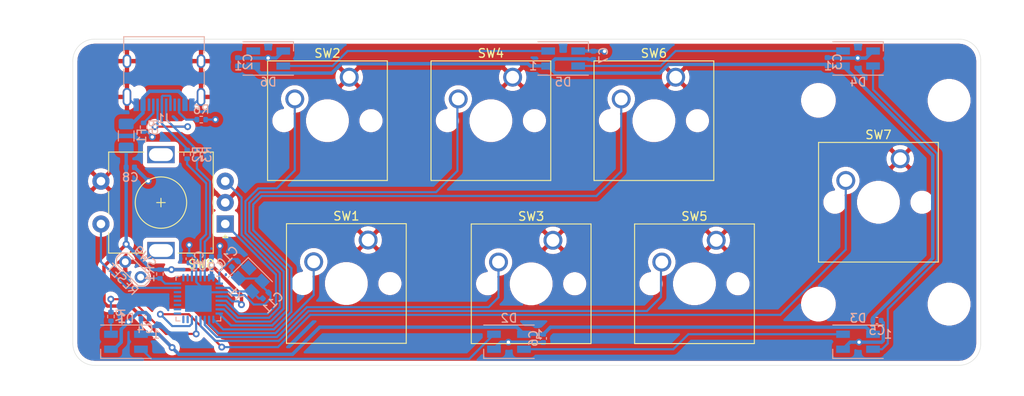
<source format=kicad_pcb>
(kicad_pcb (version 20171130) (host pcbnew "(5.1.6)-1")
  (layers (0 F.Cu signal) (31 B.Cu signal) (34 B.Paste user) (35 F.Paste user) (36 B.SilkS user) (37 F.SilkS user hide) (38 B.Mask user) (39 F.Mask user) (44 Edge.Cuts user))
  (net 0 "")
  (net 1 "Net-(SW1-Pad2)")
  (net 2 "Net-(SW2-Pad2)")
  (net 3 "Net-(SW3-Pad2)")
  (net 4 "Net-(SW4-Pad2)")
  (net 5 "Net-(SW5-Pad2)")
  (net 6 "Net-(SW6-Pad2)")
  (net 7 "Net-(SW7-Pad2)")
  (net 8 GND)
  (net 9 "Net-(C1-Pad1)")
  (net 10 "Net-(J1-PadA5)")
  (net 11 /Data-)
  (net 12 /Data+)
  (net 13 "Net-(J1-PadB5)")
  (net 14 /Reset)
  (net 15 VCC)
  (net 16 "Net-(R2-Pad1)")
  (net 17 "Net-(R3-Pad1)")
  (net 18 "Net-(R4-Pad2)")
  (net 19 /Res1)
  (net 20 /Res2)
  (net 21 "Net-(F1-Pad2)")
  (net 22 /EncB)
  (net 23 /EncA)
  (net 24 "Net-(D1-Pad2)")
  (net 25 /LED)
  (net 26 "Net-(D2-Pad2)")
  (net 27 /encsw)
  (net 28 "Net-(D3-Pad2)")
  (net 29 "Net-(D4-Pad2)")
  (net 30 "Net-(D5-Pad2)")
  (module TestPoint:TestPoint_2Pads_Pitch2.54mm_Drill0.8mm (layer B.Cu) (at 117.1321 86.0933 135)
    (fp_text reference SW9 (at 1.3 2 135) (layer B.SilkS) (effects (justify mirror)))
    (fp_text value SW_SPST)
    (pad 2 thru_hole circle (at 2.54 0 135) (size 1.4 1.4) (drill 0.8) (layers *.Cu *.Mask) (net 8 GND))
    (pad 1 thru_hole circle (at 0 0 135) (size 1.4 1.4) (drill 0.8) (layers *.Cu *.Mask) (net 14 /Reset))
  )
  (module Crystal:Crystal_SMD_3225-4Pin_3.2x2.5mm (layer B.Cu) (at 129.928258 86.384377 315)
    (fp_text reference Y1 (at 0 2.45 135) (layer B.SilkS) (effects (justify mirror)))
    (fp_text value Crystal_GND24)
    (pad 4 smd rect (at -1.1 0.85 315) (size 1.4 1.2) (layers B.Cu B.Paste B.Mask) (net 8 GND))
    (pad 3 smd rect (at 1.1 0.85 315) (size 1.4 1.2) (layers B.Cu B.Paste B.Mask) (net 20 /Res2))
    (pad 2 smd rect (at 1.1 -0.85 315) (size 1.4 1.2) (layers B.Cu B.Paste B.Mask) (net 8 GND))
    (pad 1 smd rect (at -1.1 -0.85 315) (size 1.4 1.2) (layers B.Cu B.Paste B.Mask) (net 19 /Res1))
  )
  (module Capacitor_SMD:C_0402_1005Metric (layer B.Cu) (at 131.711653 88.239647 45)
    (fp_text reference C11 (at 0 1.17 45) (layer B.SilkS) (effects (justify mirror)))
    (fp_text value 22pF)
    (pad 2 smd roundrect (at 0.485 0 45) (size 0.59 0.64) (layers B.Cu B.Paste B.Mask) (net 8 GND))
    (pad 1 smd roundrect (at -0.485 0 45) (size 0.59 0.64) (layers B.Cu B.Paste B.Mask) (net 20 /Res2))
  )
  (module Capacitor_SMD:C_0402_1005Metric (layer B.Cu) (at 128.104947 84.556553 225)
    (fp_text reference C10 (at 0 1.17 45) (layer B.SilkS) (effects (justify mirror)))
    (fp_text value 22pF)
    (pad 2 smd roundrect (at 0.485 0 225) (size 0.59 0.64) (layers B.Cu B.Paste B.Mask) (net 8 GND))
    (pad 1 smd roundrect (at -0.485 0 225) (size 0.59 0.64) (layers B.Cu B.Paste B.Mask) (net 19 /Res1))
  )
  (module Capacitor_SMD:C_0402_1005Metric (layer B.Cu) (at 125.8824 83.7311)
    (fp_text reference C9 (at 0 1.17) (layer B.SilkS) (effects (justify mirror)))
    (fp_text value 100nF)
    (pad 2 smd roundrect (at 0.485 0) (size 0.59 0.64) (layers B.Cu B.Paste B.Mask) (net 8 GND))
    (pad 1 smd roundrect (at -0.485 0) (size 0.59 0.64) (layers B.Cu B.Paste B.Mask) (net 15 VCC))
  )
  (module Capacitor_SMD:C_0402_1005Metric (layer B.Cu) (at 115.9256 73.2663)
    (fp_text reference C8 (at 0 1.17) (layer B.SilkS) (effects (justify mirror)))
    (fp_text value 10uF)
    (pad 2 smd roundrect (at 0.485 0) (size 0.59 0.64) (layers B.Cu B.Paste B.Mask) (net 8 GND))
    (pad 1 smd roundrect (at -0.485 0) (size 0.59 0.64) (layers B.Cu B.Paste B.Mask) (net 15 VCC))
  )
  (module LED_SMD:LED_SK6812MINI_PLCC4_3.5x3.5mm_P1.75mm (layer B.Cu) (at 132.0165 60.5536)
    (fp_text reference D6 (at 0 2.75) (layer B.SilkS) (effects (justify mirror)))
    (fp_text value WS2812B)
    (fp_text user 1 (at -3.5 0.875) (layer B.SilkS) (effects (justify mirror)))
    (pad 1 smd rect (at -1.75 0.875) (size 1.6 0.85) (layers B.Cu B.Paste B.Mask) (net 15 VCC))
    (pad 2 smd rect (at -1.75 -0.875) (size 1.6 0.85) (layers B.Cu B.Paste B.Mask))
    (pad 4 smd rect (at 1.75 0.875) (size 1.6 0.85) (layers B.Cu B.Paste B.Mask) (net 30 "Net-(D5-Pad2)"))
    (pad 3 smd rect (at 1.75 -0.875) (size 1.6 0.85) (layers B.Cu B.Paste B.Mask) (net 8 GND))
  )
  (module LED_SMD:LED_SK6812MINI_PLCC4_3.5x3.5mm_P1.75mm (layer B.Cu) (at 166.417625 60.5536)
    (fp_text reference D5 (at 0 2.75) (layer B.SilkS) (effects (justify mirror)))
    (fp_text value WS2812B)
    (fp_text user 1 (at -3.5 0.875) (layer B.SilkS) (effects (justify mirror)))
    (pad 1 smd rect (at -1.75 0.875) (size 1.6 0.85) (layers B.Cu B.Paste B.Mask) (net 15 VCC))
    (pad 2 smd rect (at -1.75 -0.875) (size 1.6 0.85) (layers B.Cu B.Paste B.Mask) (net 30 "Net-(D5-Pad2)"))
    (pad 4 smd rect (at 1.75 0.875) (size 1.6 0.85) (layers B.Cu B.Paste B.Mask) (net 29 "Net-(D4-Pad2)"))
    (pad 3 smd rect (at 1.75 -0.875) (size 1.6 0.85) (layers B.Cu B.Paste B.Mask) (net 8 GND))
  )
  (module LED_SMD:LED_SK6812MINI_PLCC4_3.5x3.5mm_P1.75mm (layer B.Cu) (at 200.81875 60.5536)
    (fp_text reference D4 (at 0 2.75) (layer B.SilkS) (effects (justify mirror)))
    (fp_text value WS2812B)
    (fp_text user 1 (at -3.5 0.875) (layer B.SilkS) (effects (justify mirror)))
    (pad 1 smd rect (at -1.75 0.875) (size 1.6 0.85) (layers B.Cu B.Paste B.Mask) (net 15 VCC))
    (pad 2 smd rect (at -1.75 -0.875) (size 1.6 0.85) (layers B.Cu B.Paste B.Mask) (net 29 "Net-(D4-Pad2)"))
    (pad 4 smd rect (at 1.75 0.875) (size 1.6 0.85) (layers B.Cu B.Paste B.Mask) (net 28 "Net-(D3-Pad2)"))
    (pad 3 smd rect (at 1.75 -0.875) (size 1.6 0.85) (layers B.Cu B.Paste B.Mask) (net 8 GND))
  )
  (module Capacitor_SMD:C_0402_1005Metric (layer B.Cu) (at 169.9514 60.1853 90)
    (fp_text reference C7 (at 0 1.17 90) (layer B.SilkS) (effects (justify mirror)))
    (fp_text value 100nF)
    (pad 2 smd roundrect (at 0.485 0 90) (size 0.59 0.64) (layers B.Cu B.Paste B.Mask) (net 8 GND))
    (pad 1 smd roundrect (at -0.485 0 90) (size 0.59 0.64) (layers B.Cu B.Paste B.Mask) (net 15 VCC))
  )
  (module Capacitor_SMD:C_0402_1005Metric (layer B.Cu) (at 197.2437 60.9346 90)
    (fp_text reference C3 (at 0 1.17 90) (layer B.SilkS) (effects (justify mirror)))
    (fp_text value 100nF)
    (pad 2 smd roundrect (at 0.485 0 90) (size 0.59 0.64) (layers B.Cu B.Paste B.Mask) (net 8 GND))
    (pad 1 smd roundrect (at -0.485 0 90) (size 0.59 0.64) (layers B.Cu B.Paste B.Mask) (net 15 VCC))
  )
  (module Capacitor_SMD:C_0402_1005Metric (layer B.Cu) (at 128.4605 60.9473 90)
    (fp_text reference C2 (at 0 1.17 90) (layer B.SilkS) (effects (justify mirror)))
    (fp_text value 100nF)
    (pad 2 smd roundrect (at 0.485 0 90) (size 0.59 0.64) (layers B.Cu B.Paste B.Mask) (net 8 GND))
    (pad 1 smd roundrect (at -0.485 0 90) (size 0.59 0.64) (layers B.Cu B.Paste B.Mask) (net 15 VCC))
  )
  (module Button_Switch_Keyboard:SW_Cherry_MX_1.00u_PCB (layer F.Cu) (at 141.46225 62.738)
    (fp_text reference SW2 (at -2.54 -2.794) (layer F.SilkS))
    (fp_text value SW_SPST)
    (pad "" np_thru_hole circle (at 2.54 5.08) (size 1.7 1.7) (drill 1.7) (layers *.Cu *.Mask))
    (pad "" np_thru_hole circle (at -7.62 5.08) (size 1.7 1.7) (drill 1.7) (layers *.Cu *.Mask))
    (pad "" np_thru_hole circle (at -2.54 5.08) (size 4 4) (drill 4) (layers *.Cu *.Mask))
    (pad 2 thru_hole circle (at -6.35 2.54) (size 2.2 2.2) (drill 1.5) (layers *.Cu *.Mask) (net 2 "Net-(SW2-Pad2)"))
    (pad 1 thru_hole circle (at 0 0) (size 2.2 2.2) (drill 1.5) (layers *.Cu *.Mask) (net 8 GND))
  )
  (module LED_SMD:LED_SK6812MINI_PLCC4_3.5x3.5mm_P1.75mm (layer B.Cu) (at 200.81875 93.6371 180)
    (fp_text reference D3 (at 0 2.75) (layer B.SilkS) (effects (justify mirror)))
    (fp_text value WS2812B)
    (fp_text user 1 (at -3.5 0.875) (layer B.SilkS) (effects (justify mirror)))
    (pad 1 smd rect (at -1.75 0.875 180) (size 1.6 0.85) (layers B.Cu B.Paste B.Mask) (net 15 VCC))
    (pad 2 smd rect (at -1.75 -0.875 180) (size 1.6 0.85) (layers B.Cu B.Paste B.Mask) (net 28 "Net-(D3-Pad2)"))
    (pad 4 smd rect (at 1.75 0.875 180) (size 1.6 0.85) (layers B.Cu B.Paste B.Mask) (net 26 "Net-(D2-Pad2)"))
    (pad 3 smd rect (at 1.75 -0.875 180) (size 1.6 0.85) (layers B.Cu B.Paste B.Mask) (net 8 GND))
  )
  (module LED_SMD:LED_SK6812MINI_PLCC4_3.5x3.5mm_P1.75mm (layer B.Cu) (at 160.098175 93.6371 180)
    (fp_text reference D2 (at 0 2.75) (layer B.SilkS) (effects (justify mirror)))
    (fp_text value WS2812B)
    (fp_text user 1 (at -3.5 0.875) (layer B.SilkS) (effects (justify mirror)))
    (pad 1 smd rect (at -1.75 0.875 180) (size 1.6 0.85) (layers B.Cu B.Paste B.Mask) (net 15 VCC))
    (pad 2 smd rect (at -1.75 -0.875 180) (size 1.6 0.85) (layers B.Cu B.Paste B.Mask) (net 26 "Net-(D2-Pad2)"))
    (pad 4 smd rect (at 1.75 0.875 180) (size 1.6 0.85) (layers B.Cu B.Paste B.Mask) (net 24 "Net-(D1-Pad2)"))
    (pad 3 smd rect (at 1.75 -0.875 180) (size 1.6 0.85) (layers B.Cu B.Paste B.Mask) (net 8 GND))
  )
  (module LED_SMD:LED_SK6812MINI_PLCC4_3.5x3.5mm_P1.75mm (layer B.Cu) (at 115.4176 93.6371 180)
    (fp_text reference D1 (at 0 2.75) (layer B.SilkS) (effects (justify mirror)))
    (fp_text value WS2812B)
    (fp_text user 1 (at -3.5 0.875) (layer B.SilkS) (effects (justify mirror)))
    (pad 1 smd rect (at -1.75 0.875 180) (size 1.6 0.85) (layers B.Cu B.Paste B.Mask) (net 15 VCC))
    (pad 2 smd rect (at -1.75 -0.875 180) (size 1.6 0.85) (layers B.Cu B.Paste B.Mask) (net 24 "Net-(D1-Pad2)"))
    (pad 4 smd rect (at 1.75 0.875 180) (size 1.6 0.85) (layers B.Cu B.Paste B.Mask) (net 25 /LED))
    (pad 3 smd rect (at 1.75 -0.875 180) (size 1.6 0.85) (layers B.Cu B.Paste B.Mask) (net 8 GND))
  )
  (module Package_DFN_QFN:QFN-32-1EP_5x5mm_P0.5mm_EP3.1x3.1mm (layer B.Cu) (at 123.8631 88.5952 180)
    (fp_text reference U1 (at 0 3.82) (layer B.SilkS) (effects (justify mirror)))
    (fp_text value ATmega16U2-MU)
    (pad 33 smd rect (at 0 0 180) (size 3.1 3.1) (layers B.Cu B.Mask) (net 8 GND))
    (pad 32 smd roundrect (at -1.75 2.4375 180) (size 0.25 0.875) (layers B.Cu B.Paste B.Mask) (net 15 VCC))
    (pad 31 smd roundrect (at -1.25 2.4375 180) (size 0.25 0.875) (layers B.Cu B.Paste B.Mask) (net 15 VCC))
    (pad 30 smd roundrect (at -0.75 2.4375 180) (size 0.25 0.875) (layers B.Cu B.Paste B.Mask) (net 17 "Net-(R3-Pad1)"))
    (pad 29 smd roundrect (at -0.25 2.4375 180) (size 0.25 0.875) (layers B.Cu B.Paste B.Mask) (net 16 "Net-(R2-Pad1)"))
    (pad 28 smd roundrect (at 0.25 2.4375 180) (size 0.25 0.875) (layers B.Cu B.Paste B.Mask) (net 8 GND))
    (pad 27 smd roundrect (at 0.75 2.4375 180) (size 0.25 0.875) (layers B.Cu B.Paste B.Mask) (net 9 "Net-(C1-Pad1)"))
    (pad 26 smd roundrect (at 1.25 2.4375 180) (size 0.25 0.875) (layers B.Cu B.Paste B.Mask))
    (pad 25 smd roundrect (at 1.75 2.4375 180) (size 0.25 0.875) (layers B.Cu B.Paste B.Mask))
    (pad 24 smd roundrect (at 2.4375 1.75 180) (size 0.875 0.25) (layers B.Cu B.Paste B.Mask) (net 14 /Reset))
    (pad 23 smd roundrect (at 2.4375 1.25 180) (size 0.875 0.25) (layers B.Cu B.Paste B.Mask) (net 27 /encsw))
    (pad 22 smd roundrect (at 2.4375 0.75 180) (size 0.875 0.25) (layers B.Cu B.Paste B.Mask))
    (pad 21 smd roundrect (at 2.4375 0.25 180) (size 0.875 0.25) (layers B.Cu B.Paste B.Mask))
    (pad 20 smd roundrect (at 2.4375 -0.25 180) (size 0.875 0.25) (layers B.Cu B.Paste B.Mask))
    (pad 19 smd roundrect (at 2.4375 -0.75 180) (size 0.875 0.25) (layers B.Cu B.Paste B.Mask))
    (pad 18 smd roundrect (at 2.4375 -1.25 180) (size 0.875 0.25) (layers B.Cu B.Paste B.Mask))
    (pad 17 smd roundrect (at 2.4375 -1.75 180) (size 0.875 0.25) (layers B.Cu B.Paste B.Mask))
    (pad 16 smd roundrect (at 1.75 -2.4375 180) (size 0.25 0.875) (layers B.Cu B.Paste B.Mask))
    (pad 15 smd roundrect (at 1.25 -2.4375 180) (size 0.25 0.875) (layers B.Cu B.Paste B.Mask))
    (pad 14 smd roundrect (at 0.75 -2.4375 180) (size 0.25 0.875) (layers B.Cu B.Paste B.Mask) (net 7 "Net-(SW7-Pad2)"))
    (pad 13 smd roundrect (at 0.25 -2.4375 180) (size 0.25 0.875) (layers B.Cu B.Paste B.Mask) (net 18 "Net-(R4-Pad2)"))
    (pad 12 smd roundrect (at -0.25 -2.4375 180) (size 0.25 0.875) (layers B.Cu B.Paste B.Mask) (net 5 "Net-(SW5-Pad2)"))
    (pad 11 smd roundrect (at -0.75 -2.4375 180) (size 0.25 0.875) (layers B.Cu B.Paste B.Mask) (net 3 "Net-(SW3-Pad2)"))
    (pad 10 smd roundrect (at -1.25 -2.4375 180) (size 0.25 0.875) (layers B.Cu B.Paste B.Mask) (net 1 "Net-(SW1-Pad2)"))
    (pad 9 smd roundrect (at -1.75 -2.4375 180) (size 0.25 0.875) (layers B.Cu B.Paste B.Mask) (net 6 "Net-(SW6-Pad2)"))
    (pad 8 smd roundrect (at -2.4375 -1.75 180) (size 0.875 0.25) (layers B.Cu B.Paste B.Mask) (net 4 "Net-(SW4-Pad2)"))
    (pad 7 smd roundrect (at -2.4375 -1.25 180) (size 0.875 0.25) (layers B.Cu B.Paste B.Mask) (net 2 "Net-(SW2-Pad2)"))
    (pad 6 smd roundrect (at -2.4375 -0.75 180) (size 0.875 0.25) (layers B.Cu B.Paste B.Mask) (net 22 /EncB))
    (pad 5 smd roundrect (at -2.4375 -0.25 180) (size 0.875 0.25) (layers B.Cu B.Paste B.Mask) (net 23 /EncA))
    (pad 4 smd roundrect (at -2.4375 0.25 180) (size 0.875 0.25) (layers B.Cu B.Paste B.Mask) (net 15 VCC))
    (pad 3 smd roundrect (at -2.4375 0.75 180) (size 0.875 0.25) (layers B.Cu B.Paste B.Mask) (net 8 GND))
    (pad 2 smd roundrect (at -2.4375 1.25 180) (size 0.875 0.25) (layers B.Cu B.Paste B.Mask) (net 20 /Res2))
    (pad 1 smd roundrect (at -2.4375 1.75 180) (size 0.875 0.25) (layers B.Cu B.Paste B.Mask) (net 19 /Res1))
  )
  (module Connector_USB:USB_C_Receptacle_HRO_TYPE-C-31-M-12 (layer B.Cu) (at 119.85625 61.9125)
    (fp_text reference J1 (at 0 5.645) (layer B.SilkS) (effects (justify mirror)))
    (fp_text value USB_C_Receptacle_USB2.0)
    (pad B1 smd rect (at 3.25 4.045) (size 0.6 1.45) (layers B.Cu B.Paste B.Mask) (net 8 GND))
    (pad A9 smd rect (at 2.45 4.045) (size 0.6 1.45) (layers B.Cu B.Paste B.Mask) (net 21 "Net-(F1-Pad2)"))
    (pad B9 smd rect (at -2.45 4.045) (size 0.6 1.45) (layers B.Cu B.Paste B.Mask) (net 21 "Net-(F1-Pad2)"))
    (pad B12 smd rect (at -3.25 4.045) (size 0.6 1.45) (layers B.Cu B.Paste B.Mask) (net 8 GND))
    (pad A1 smd rect (at -3.25 4.045) (size 0.6 1.45) (layers B.Cu B.Paste B.Mask) (net 8 GND))
    (pad A4 smd rect (at -2.45 4.045) (size 0.6 1.45) (layers B.Cu B.Paste B.Mask) (net 21 "Net-(F1-Pad2)"))
    (pad B4 smd rect (at 2.45 4.045) (size 0.6 1.45) (layers B.Cu B.Paste B.Mask) (net 21 "Net-(F1-Pad2)"))
    (pad A12 smd rect (at 3.25 4.045) (size 0.6 1.45) (layers B.Cu B.Paste B.Mask) (net 8 GND))
    (pad B8 smd rect (at -1.75 4.045) (size 0.3 1.45) (layers B.Cu B.Paste B.Mask))
    (pad A5 smd rect (at -1.25 4.045) (size 0.3 1.45) (layers B.Cu B.Paste B.Mask) (net 10 "Net-(J1-PadA5)"))
    (pad B7 smd rect (at -0.75 4.045) (size 0.3 1.45) (layers B.Cu B.Paste B.Mask) (net 11 /Data-))
    (pad A7 smd rect (at 0.25 4.045) (size 0.3 1.45) (layers B.Cu B.Paste B.Mask) (net 11 /Data-))
    (pad B6 smd rect (at 0.75 4.045) (size 0.3 1.45) (layers B.Cu B.Paste B.Mask) (net 12 /Data+))
    (pad A8 smd rect (at 1.25 4.045) (size 0.3 1.45) (layers B.Cu B.Paste B.Mask))
    (pad B5 smd rect (at 1.75 4.045) (size 0.3 1.45) (layers B.Cu B.Paste B.Mask) (net 13 "Net-(J1-PadB5)"))
    (pad A6 smd rect (at -0.25 4.045) (size 0.3 1.45) (layers B.Cu B.Paste B.Mask) (net 12 /Data+))
    (pad S1 thru_hole oval (at 4.32 3.13) (size 1 2.1) (drill oval 0.6 1.7) (layers *.Cu *.Mask) (net 8 GND))
    (pad S1 thru_hole oval (at -4.32 3.13) (size 1 2.1) (drill oval 0.6 1.7) (layers *.Cu *.Mask) (net 8 GND))
    (pad "" np_thru_hole circle (at -2.89 2.6) (size 0.65 0.65) (drill 0.65) (layers *.Cu *.Mask))
    (pad S1 thru_hole oval (at -4.32 -1.05) (size 1 1.6) (drill oval 0.6 1.2) (layers *.Cu *.Mask) (net 8 GND))
    (pad "" np_thru_hole circle (at 2.89 2.6) (size 0.65 0.65) (drill 0.65) (layers *.Cu *.Mask))
    (pad S1 thru_hole oval (at 4.32 -1.05) (size 1 1.6) (drill oval 0.6 1.2) (layers *.Cu *.Mask) (net 8 GND))
  )
  (module Capacitor_SMD:C_0402_1005Metric (layer B.Cu) (at 164.1094 93.246 270)
    (fp_text reference C6 (at 0 1.16 90) (layer B.SilkS) (effects (justify mirror)))
    (fp_text value 100nF)
    (pad 2 smd roundrect (at 0.48 0 270) (size 0.56 0.62) (layers B.Cu B.Paste B.Mask) (net 8 GND))
    (pad 1 smd roundrect (at -0.48 0 270) (size 0.56 0.62) (layers B.Cu B.Paste B.Mask) (net 15 VCC))
  )
  (module Capacitor_SMD:C_0402_1005Metric (layer B.Cu) (at 203.0222 91.1606)
    (fp_text reference C5 (at 0 1.16) (layer B.SilkS) (effects (justify mirror)))
    (fp_text value 100nF)
    (pad 2 smd roundrect (at 0.48 0) (size 0.56 0.62) (layers B.Cu B.Paste B.Mask) (net 8 GND))
    (pad 1 smd roundrect (at -0.48 0) (size 0.56 0.62) (layers B.Cu B.Paste B.Mask) (net 15 VCC))
  )
  (module Capacitor_SMD:C_0402_1005Metric (layer B.Cu) (at 117.6502 90.9447)
    (fp_text reference C4 (at 0 1.16) (layer B.SilkS) (effects (justify mirror)))
    (fp_text value 100nF)
    (pad 2 smd roundrect (at 0.48 0) (size 0.56 0.62) (layers B.Cu B.Paste B.Mask) (net 8 GND))
    (pad 1 smd roundrect (at -0.48 0) (size 0.56 0.62) (layers B.Cu B.Paste B.Mask) (net 15 VCC))
  )
  (module Button_Switch_Keyboard:SW_Cherry_MX_1.00u_PCB (layer F.Cu) (at 179.54625 62.738)
    (fp_text reference SW6 (at -2.54 -2.794) (layer F.SilkS))
    (fp_text value SW_SPST)
    (pad "" np_thru_hole circle (at 2.54 5.08) (size 1.7 1.7) (drill 1.7) (layers *.Cu *.Mask))
    (pad "" np_thru_hole circle (at -7.62 5.08) (size 1.7 1.7) (drill 1.7) (layers *.Cu *.Mask))
    (pad "" np_thru_hole circle (at -2.54 5.08) (size 4 4) (drill 4) (layers *.Cu *.Mask))
    (pad 2 thru_hole circle (at -6.35 2.54) (size 2.2 2.2) (drill 1.5) (layers *.Cu *.Mask) (net 6 "Net-(SW6-Pad2)"))
    (pad 1 thru_hole circle (at 0 0) (size 2.2 2.2) (drill 1.5) (layers *.Cu *.Mask) (net 8 GND))
  )
  (module Button_Switch_Keyboard:SW_Cherry_MX_1.00u_PCB (layer F.Cu) (at 184.277 81.788)
    (fp_text reference SW5 (at -2.54 -2.794) (layer F.SilkS))
    (fp_text value SW_SPST)
    (pad "" np_thru_hole circle (at 2.54 5.08) (size 1.7 1.7) (drill 1.7) (layers *.Cu *.Mask))
    (pad "" np_thru_hole circle (at -7.62 5.08) (size 1.7 1.7) (drill 1.7) (layers *.Cu *.Mask))
    (pad "" np_thru_hole circle (at -2.54 5.08) (size 4 4) (drill 4) (layers *.Cu *.Mask))
    (pad 2 thru_hole circle (at -6.35 2.54) (size 2.2 2.2) (drill 1.5) (layers *.Cu *.Mask) (net 5 "Net-(SW5-Pad2)"))
    (pad 1 thru_hole circle (at 0 0) (size 2.2 2.2) (drill 1.5) (layers *.Cu *.Mask) (net 8 GND))
  )
  (module Button_Switch_Keyboard:SW_Cherry_MX_1.00u_PCB (layer F.Cu) (at 160.528 62.738)
    (fp_text reference SW4 (at -2.54 -2.794) (layer F.SilkS))
    (fp_text value SW_SPST)
    (pad "" np_thru_hole circle (at 2.54 5.08) (size 1.7 1.7) (drill 1.7) (layers *.Cu *.Mask))
    (pad "" np_thru_hole circle (at -7.62 5.08) (size 1.7 1.7) (drill 1.7) (layers *.Cu *.Mask))
    (pad "" np_thru_hole circle (at -2.54 5.08) (size 4 4) (drill 4) (layers *.Cu *.Mask))
    (pad 2 thru_hole circle (at -6.35 2.54) (size 2.2 2.2) (drill 1.5) (layers *.Cu *.Mask) (net 4 "Net-(SW4-Pad2)"))
    (pad 1 thru_hole circle (at 0 0) (size 2.2 2.2) (drill 1.5) (layers *.Cu *.Mask) (net 8 GND))
  )
  (module Button_Switch_Keyboard:SW_Cherry_MX_1.00u_PCB (layer F.Cu) (at 165.227 81.788)
    (fp_text reference SW3 (at -2.54 -2.794) (layer F.SilkS))
    (fp_text value SW_SPST)
    (pad "" np_thru_hole circle (at 2.54 5.08) (size 1.7 1.7) (drill 1.7) (layers *.Cu *.Mask))
    (pad "" np_thru_hole circle (at -7.62 5.08) (size 1.7 1.7) (drill 1.7) (layers *.Cu *.Mask))
    (pad "" np_thru_hole circle (at -2.54 5.08) (size 4 4) (drill 4) (layers *.Cu *.Mask))
    (pad 2 thru_hole circle (at -6.35 2.54) (size 2.2 2.2) (drill 1.5) (layers *.Cu *.Mask) (net 3 "Net-(SW3-Pad2)"))
    (pad 1 thru_hole circle (at 0 0) (size 2.2 2.2) (drill 1.5) (layers *.Cu *.Mask) (net 8 GND))
  )
  (module Button_Switch_Keyboard:SW_Cherry_MX_ISOEnter_PCB (layer F.Cu) (at 205.74 72.263)
    (fp_text reference SW7 (at -2.54 -2.794) (layer F.SilkS))
    (fp_text value SW_SPST)
    (pad "" np_thru_hole circle (at -9.54 -6.82) (size 3.05 3.05) (drill 3.05) (layers *.Cu *.Mask))
    (pad "" np_thru_hole circle (at -9.54 16.98) (size 3.05 3.05) (drill 3.05) (layers *.Cu *.Mask))
    (pad "" np_thru_hole circle (at 5.7 16.98) (size 4 4) (drill 4) (layers *.Cu *.Mask))
    (pad "" np_thru_hole circle (at 5.7 -6.82) (size 4 4) (drill 4) (layers *.Cu *.Mask))
    (pad "" np_thru_hole circle (at 2.54 5.08) (size 1.7 1.7) (drill 1.7) (layers *.Cu *.Mask))
    (pad "" np_thru_hole circle (at -7.62 5.08) (size 1.7 1.7) (drill 1.7) (layers *.Cu *.Mask))
    (pad "" np_thru_hole circle (at -2.54 5.08) (size 4 4) (drill 4) (layers *.Cu *.Mask))
    (pad 2 thru_hole circle (at -6.35 2.54) (size 2.2 2.2) (drill 1.5) (layers *.Cu *.Mask) (net 7 "Net-(SW7-Pad2)"))
    (pad 1 thru_hole circle (at 0 0) (size 2.2 2.2) (drill 1.5) (layers *.Cu *.Mask) (net 8 GND))
  )
  (module Button_Switch_Keyboard:SW_Cherry_MX_1.25u_PCB (layer F.Cu) (at 143.66875 81.75625)
    (fp_text reference SW1 (at -2.54 -2.794) (layer F.SilkS))
    (fp_text value SW_SPST)
    (pad "" np_thru_hole circle (at 2.54 5.08) (size 1.7 1.7) (drill 1.7) (layers *.Cu *.Mask))
    (pad "" np_thru_hole circle (at -7.62 5.08) (size 1.7 1.7) (drill 1.7) (layers *.Cu *.Mask))
    (pad "" np_thru_hole circle (at -2.54 5.08) (size 4 4) (drill 4) (layers *.Cu *.Mask))
    (pad 2 thru_hole circle (at -6.35 2.54) (size 2.2 2.2) (drill 1.5) (layers *.Cu *.Mask) (net 1 "Net-(SW1-Pad2)"))
    (pad 1 thru_hole circle (at 0 0) (size 2.2 2.2) (drill 1.5) (layers *.Cu *.Mask) (net 8 GND))
  )
  (module Fuse:Fuse_1206_3216Metric (layer B.Cu) (at 115.443 69.599 90)
    (fp_text reference F1 (at 0 1.82 270) (layer B.SilkS) (effects (justify mirror)))
    (fp_text value Polyfuse)
    (pad 2 smd roundrect (at 1.4 0 90) (size 1.25 1.75) (layers B.Cu B.Paste B.Mask) (roundrect_rratio 0.2) (net 21 "Net-(F1-Pad2)"))
    (pad 1 smd roundrect (at -1.4 0 90) (size 1.25 1.75) (layers B.Cu B.Paste B.Mask) (roundrect_rratio 0.2) (net 15 VCC))
  )
  (module Rotary_Encoder:RotaryEncoder_Alps_EC11E-Switch_Vertical_H20mm (layer F.Cu) (at 127 79.883 180)
    (fp_text reference SW8 (at 2.8 -4.7) (layer F.SilkS))
    (fp_text value EC11)
    (pad A thru_hole rect (at 0 0 180) (size 2 2) (drill 1) (layers *.Cu *.Mask) (net 23 /EncA))
    (pad C thru_hole circle (at 0 2.5 180) (size 2 2) (drill 1) (layers *.Cu *.Mask) (net 8 GND))
    (pad B thru_hole circle (at 0 5 180) (size 2 2) (drill 1) (layers *.Cu *.Mask) (net 22 /EncB))
    (pad MP thru_hole rect (at 7.5 -3.1 180) (size 3.2 2) (drill oval 2.8 1.5) (layers *.Cu *.Mask))
    (pad MP thru_hole rect (at 7.5 8.1 180) (size 3.2 2) (drill oval 2.8 1.5) (layers *.Cu *.Mask))
    (pad S2 thru_hole circle (at 14.5 0 180) (size 2 2) (drill 1) (layers *.Cu *.Mask) (net 27 /encsw))
    (pad S1 thru_hole circle (at 14.5 5 180) (size 2 2) (drill 1) (layers *.Cu *.Mask) (net 8 GND))
  )
  (module Resistor_SMD:R_0402_1005Metric (layer B.Cu) (at 122.555 71.753 90)
    (fp_text reference R2 (at 0 1.17 90) (layer B.SilkS) (effects (justify mirror)))
    (fp_text value 22)
    (pad 2 smd roundrect (at 0.51 0 90) (size 0.54 0.64) (layers B.Cu B.Paste B.Mask) (net 12 /Data+))
    (pad 1 smd roundrect (at -0.51 0 90) (size 0.54 0.64) (layers B.Cu B.Paste B.Mask) (net 16 "Net-(R2-Pad1)"))
  )
  (module Resistor_SMD:R_0402_1005Metric (layer B.Cu) (at 117.475 68.58 90)
    (fp_text reference R5 (at 0 1.17 90) (layer B.SilkS) (effects (justify mirror)))
    (fp_text value 5.1k)
    (pad 2 smd roundrect (at 0.51 0 90) (size 0.54 0.64) (layers B.Cu B.Paste B.Mask) (net 10 "Net-(J1-PadA5)"))
    (pad 1 smd roundrect (at -0.51 0 90) (size 0.54 0.64) (layers B.Cu B.Paste B.Mask) (net 8 GND))
  )
  (module Resistor_SMD:R_0402_1005Metric (layer B.Cu) (at 124.204 67.691 180)
    (fp_text reference R6 (at 0 1.17) (layer B.SilkS) (effects (justify mirror)))
    (fp_text value 5.1k)
    (pad 2 smd roundrect (at 0.51 0 180) (size 0.54 0.64) (layers B.Cu B.Paste B.Mask) (net 13 "Net-(J1-PadB5)"))
    (pad 1 smd roundrect (at -0.51 0 180) (size 0.54 0.64) (layers B.Cu B.Paste B.Mask) (net 8 GND))
  )
  (module Resistor_SMD:R_0402_1005Metric (layer B.Cu) (at 113.665 90.6907 90)
    (fp_text reference R4 (at 0 1.17 90) (layer B.SilkS) (effects (justify mirror)))
    (fp_text value 10k)
    (pad 2 smd roundrect (at 0.51 0 90) (size 0.54 0.64) (layers B.Cu B.Paste B.Mask) (net 18 "Net-(R4-Pad2)"))
    (pad 1 smd roundrect (at -0.51 0 90) (size 0.54 0.64) (layers B.Cu B.Paste B.Mask) (net 25 /LED))
  )
  (module Resistor_SMD:R_0402_1005Metric (layer B.Cu) (at 123.698 71.753 90)
    (fp_text reference R3 (at 0 1.17 90) (layer B.SilkS) (effects (justify mirror)))
    (fp_text value 22)
    (pad 2 smd roundrect (at 0.51 0 90) (size 0.54 0.64) (layers B.Cu B.Paste B.Mask) (net 11 /Data-))
    (pad 1 smd roundrect (at -0.51 0 90) (size 0.54 0.64) (layers B.Cu B.Paste B.Mask) (net 17 "Net-(R3-Pad1)"))
  )
  (module Resistor_SMD:R_0402_1005Metric (layer B.Cu) (at 119.38 85.725 270)
    (fp_text reference R1 (at 0 1.17 90) (layer B.SilkS) (effects (justify mirror)))
    (fp_text value 10k)
    (pad 2 smd roundrect (at 0.51 0 270) (size 0.54 0.64) (layers B.Cu B.Paste B.Mask) (net 14 /Reset))
    (pad 1 smd roundrect (at -0.51 0 270) (size 0.54 0.64) (layers B.Cu B.Paste B.Mask) (net 15 VCC))
  )
  (module Capacitor_SMD:C_0402_1005Metric (layer B.Cu) (at 122.7963 83.947 90)
    (fp_text reference C1 (at 0 1.16 90) (layer B.SilkS) (effects (justify mirror)))
    (fp_text value 1uF)
    (pad 2 smd roundrect (at 0.48 0 90) (size 0.56 0.62) (layers B.Cu B.Paste B.Mask) (net 8 GND))
    (pad 1 smd roundrect (at -0.48 0 90) (size 0.56 0.62) (layers B.Cu B.Paste B.Mask) (net 9 "Net-(C1-Pad1)"))
  )
  (gr_text RESET (at 115.0112 86.3727 315) (layer B.SilkS) (effects (font (size 1 1)) (justify mirror)))
  (gr_line (start 212.598 58.293) (end 111.76 58.293) (layer Edge.Cuts) (width 0.05))
  (gr_line (start 111.76 96.393) (end 212.598 96.393) (layer Edge.Cuts) (width 0.05))
  (gr_arc (start 212.598 60.833) (end 215.138 60.833) (angle -90) (layer Edge.Cuts) (width 0.05))
  (gr_arc (start 212.598 93.853) (end 212.598 96.393) (angle -90) (layer Edge.Cuts) (width 0.05))
  (gr_arc (start 111.76 93.853) (end 109.22 93.853) (angle -90) (layer Edge.Cuts) (width 0.05))
  (gr_arc (start 111.76 60.833) (end 111.76 58.293) (angle -90) (layer Edge.Cuts) (width 0.05))
  (gr_line (start 109.22 60.833) (end 109.22 93.853) (layer Edge.Cuts) (width 0.05))
  (gr_line (start 215.138 93.853) (end 215.138 60.833) (layer Edge.Cuts) (width 0.05))
  (segment (start 125.1163 91.533022) (end 125.1163 91.0475) (width 0.25) (layer B.Cu) (net 1))
  (segment (start 126.220324 92.637046) (end 125.1163 91.533022) (width 0.25) (layer B.Cu) (net 1))
  (segment (start 137.31875 84.29625) (end 137.31875 88.170298) (width 0.25) (layer B.Cu) (net 1))
  (segment (start 132.852003 92.637046) (end 126.220324 92.637046) (width 0.25) (layer B.Cu) (net 1))
  (segment (start 137.31875 88.170298) (end 132.852003 92.637046) (width 0.25) (layer B.Cu) (net 1))
  (segment (start 135.11225 73.62495) (end 135.11225 65.278) (width 0.25) (layer B.Cu) (net 2))
  (segment (start 133.0198 75.7174) (end 135.11225 73.62495) (width 0.25) (layer B.Cu) (net 2))
  (segment (start 129.35501 80.96519) (end 129.35501 77.22319) (width 0.25) (layer B.Cu) (net 2))
  (segment (start 130.8608 75.7174) (end 133.0198 75.7174) (width 0.25) (layer B.Cu) (net 2))
  (segment (start 133.81603 85.42621) (end 129.35501 80.96519) (width 0.25) (layer B.Cu) (net 2))
  (segment (start 126.841658 89.86) (end 128.268679 91.287021) (width 0.25) (layer B.Cu) (net 2))
  (segment (start 129.35501 77.22319) (end 130.8608 75.7174) (width 0.25) (layer B.Cu) (net 2))
  (segment (start 132.292802 91.28702) (end 133.81603 89.76379) (width 0.25) (layer B.Cu) (net 2))
  (segment (start 126.3038 89.86) (end 126.841658 89.86) (width 0.25) (layer B.Cu) (net 2))
  (segment (start 128.268679 91.287021) (end 132.292802 91.28702) (width 0.25) (layer B.Cu) (net 2))
  (segment (start 133.81603 89.76379) (end 133.81603 85.42621) (width 0.25) (layer B.Cu) (net 2))
  (segment (start 158.877 88.4555) (end 157.733021 89.599479) (width 0.25) (layer B.Cu) (net 3))
  (segment (start 158.877 84.328) (end 158.877 88.4555) (width 0.25) (layer B.Cu) (net 3))
  (segment (start 126.033924 93.087056) (end 124.6163 91.669432) (width 0.25) (layer B.Cu) (net 3))
  (segment (start 133.038404 93.087055) (end 126.033924 93.087056) (width 0.25) (layer B.Cu) (net 3))
  (segment (start 124.6163 91.669432) (end 124.6163 91.0475) (width 0.25) (layer B.Cu) (net 3))
  (segment (start 157.733021 89.599479) (end 136.52598 89.599479) (width 0.25) (layer B.Cu) (net 3))
  (segment (start 136.52598 89.599479) (end 133.038404 93.087055) (width 0.25) (layer B.Cu) (net 3))
  (segment (start 154.083001 65.372999) (end 154.178 65.278) (width 0.25) (layer B.Cu) (net 4))
  (segment (start 134.26604 89.95019) (end 134.266039 85.239809) (width 0.25) (layer B.Cu) (net 4))
  (segment (start 134.266039 85.239809) (end 129.80502 80.77879) (width 0.25) (layer B.Cu) (net 4))
  (segment (start 127.680828 91.737028) (end 132.479201 91.737028) (width 0.25) (layer B.Cu) (net 4))
  (segment (start 129.80502 77.40959) (end 129.81631 77.40959) (width 0.25) (layer B.Cu) (net 4))
  (segment (start 126.3038 90.36) (end 127.680828 91.737028) (width 0.25) (layer B.Cu) (net 4))
  (segment (start 129.80502 80.77879) (end 129.80502 77.40959) (width 0.25) (layer B.Cu) (net 4))
  (segment (start 129.81631 77.40959) (end 131.05849 76.16741) (width 0.25) (layer B.Cu) (net 4))
  (segment (start 131.05849 76.16741) (end 151.59439 76.16741) (width 0.25) (layer B.Cu) (net 4))
  (segment (start 132.479201 91.737028) (end 134.26604 89.95019) (width 0.25) (layer B.Cu) (net 4))
  (segment (start 151.59439 76.16741) (end 154.083001 73.678799) (width 0.25) (layer B.Cu) (net 4))
  (segment (start 154.083001 73.678799) (end 154.083001 65.372999) (width 0.25) (layer B.Cu) (net 4))
  (segment (start 124.1163 91.805842) (end 124.1163 91.0475) (width 0.25) (layer B.Cu) (net 5))
  (segment (start 125.847525 93.537065) (end 124.1163 91.805842) (width 0.25) (layer B.Cu) (net 5))
  (segment (start 177.832001 84.422999) (end 177.832001 88.411301) (width 0.25) (layer B.Cu) (net 5))
  (segment (start 133.234136 93.537064) (end 125.847525 93.537065) (width 0.25) (layer B.Cu) (net 5))
  (segment (start 177.927 84.328) (end 177.832001 84.422999) (width 0.25) (layer B.Cu) (net 5))
  (segment (start 177.832001 88.411301) (end 176.193813 90.049489) (width 0.25) (layer B.Cu) (net 5))
  (segment (start 176.193813 90.049489) (end 136.721711 90.049489) (width 0.25) (layer B.Cu) (net 5))
  (segment (start 136.721711 90.049489) (end 133.234136 93.537064) (width 0.25) (layer B.Cu) (net 5))
  (segment (start 170.29598 76.61742) (end 173.19625 73.71715) (width 0.25) (layer B.Cu) (net 6))
  (segment (start 131.24489 76.61742) (end 170.29598 76.61742) (width 0.25) (layer B.Cu) (net 6))
  (segment (start 134.716048 85.053408) (end 130.2893 80.62666) (width 0.25) (layer B.Cu) (net 6))
  (segment (start 130.2893 80.62666) (end 130.2893 80.5815) (width 0.25) (layer B.Cu) (net 6))
  (segment (start 134.716049 90.136589) (end 134.716048 85.053408) (width 0.25) (layer B.Cu) (net 6))
  (segment (start 173.19625 73.71715) (end 173.19625 65.278) (width 0.25) (layer B.Cu) (net 6))
  (segment (start 132.665602 92.187037) (end 134.716049 90.136589) (width 0.25) (layer B.Cu) (net 6))
  (segment (start 125.6163 91.0475) (end 126.755838 92.187038) (width 0.25) (layer B.Cu) (net 6))
  (segment (start 130.2639 77.59841) (end 131.24489 76.61742) (width 0.25) (layer B.Cu) (net 6))
  (segment (start 130.2893 80.5815) (end 130.25503 80.54723) (width 0.25) (layer B.Cu) (net 6))
  (segment (start 130.25503 80.54723) (end 130.25503 77.84717) (width 0.25) (layer B.Cu) (net 6))
  (segment (start 126.755838 92.187038) (end 132.665602 92.187037) (width 0.25) (layer B.Cu) (net 6))
  (segment (start 130.2639 77.8383) (end 130.2639 77.59841) (width 0.25) (layer B.Cu) (net 6))
  (segment (start 130.25503 77.84717) (end 130.2639 77.8383) (width 0.25) (layer B.Cu) (net 6))
  (via (at 119.4308 90.424) (size 0.8) (drill 0.4) (layers F.Cu B.Cu) (net 7))
  (segment (start 191.758001 90.499499) (end 199.39 82.8675) (width 0.25) (layer B.Cu) (net 7))
  (segment (start 199.39 82.8675) (end 199.39 74.803) (width 0.25) (layer B.Cu) (net 7))
  (segment (start 136.913055 90.499499) (end 191.758001 90.499499) (width 0.25) (layer B.Cu) (net 7))
  (segment (start 133.150489 94.262065) (end 136.913055 90.499499) (width 0.25) (layer B.Cu) (net 7))
  (segment (start 128.2573 94.262065) (end 133.150489 94.262065) (width 0.25) (layer B.Cu) (net 7))
  (segment (start 122.755535 90.424) (end 126.5936 94.262065) (width 0.25) (layer F.Cu) (net 7))
  (segment (start 119.4308 90.424) (end 122.755535 90.424) (width 0.25) (layer F.Cu) (net 7))
  (via (at 126.5936 94.262065) (size 0.8) (drill 0.4) (layers F.Cu B.Cu) (net 7))
  (segment (start 123.1163 91.533022) (end 122.839312 91.81001) (width 0.25) (layer B.Cu) (net 7))
  (segment (start 123.1163 91.0475) (end 123.1163 91.533022) (width 0.25) (layer B.Cu) (net 7))
  (segment (start 122.839312 91.81001) (end 120.81681 91.81001) (width 0.25) (layer B.Cu) (net 7))
  (segment (start 120.81681 91.81001) (end 119.4308 90.424) (width 0.25) (layer B.Cu) (net 7))
  (segment (start 128.2573 94.262065) (end 126.5936 94.262065) (width 0.25) (layer B.Cu) (net 7))
  (segment (start 116.45125 65.9575) (end 115.53625 65.0425) (width 0.25) (layer B.Cu) (net 8))
  (segment (start 116.60625 65.9575) (end 116.45125 65.9575) (width 0.25) (layer B.Cu) (net 8))
  (segment (start 123.26125 65.9575) (end 124.17625 65.0425) (width 0.25) (layer B.Cu) (net 8))
  (segment (start 123.10625 65.9575) (end 123.26125 65.9575) (width 0.25) (layer B.Cu) (net 8))
  (segment (start 124.714 67.691) (end 125.857 67.691) (width 0.25) (layer B.Cu) (net 8))
  (segment (start 125.857 67.691) (end 125.857 67.691) (width 0.25) (layer B.Cu) (net 8))
  (via (at 125.857 67.691) (size 0.8) (drill 0.4) (layers F.Cu B.Cu) (net 8))
  (segment (start 117.475 69.09) (end 117.858 69.09) (width 0.25) (layer B.Cu) (net 8))
  (segment (start 117.858 69.09) (end 118.491 69.723) (width 0.25) (layer B.Cu) (net 8))
  (segment (start 118.491 69.723) (end 118.491 69.723) (width 0.25) (layer B.Cu) (net 8))
  (via (at 118.491 69.723) (size 0.8) (drill 0.4) (layers F.Cu B.Cu) (net 8))
  (segment (start 116.806518 90.23469) (end 117.73019 90.23469) (width 0.4) (layer B.Cu) (net 8))
  (segment (start 117.73019 90.23469) (end 118.1302 90.6347) (width 0.4) (layer B.Cu) (net 8))
  (segment (start 114.867601 92.173607) (end 115.706254 91.334954) (width 0.4) (layer B.Cu) (net 8))
  (segment (start 114.867601 93.687099) (end 114.867601 92.173607) (width 0.4) (layer B.Cu) (net 8))
  (segment (start 118.1302 90.6347) (end 118.1302 90.9447) (width 0.4) (layer B.Cu) (net 8))
  (segment (start 114.0426 94.5121) (end 114.867601 93.687099) (width 0.4) (layer B.Cu) (net 8))
  (segment (start 113.6676 94.5121) (end 114.0426 94.5121) (width 0.4) (layer B.Cu) (net 8))
  (segment (start 115.706254 91.334954) (end 116.806518 90.23469) (width 0.4) (layer B.Cu) (net 8))
  (via (at 115.706254 91.334954) (size 0.8) (drill 0.4) (layers F.Cu B.Cu) (net 8))
  (segment (start 201.743749 60.503601) (end 202.56875 59.6786) (width 0.4) (layer B.Cu) (net 8))
  (segment (start 197.948749 60.503601) (end 200.786199 60.503601) (width 0.4) (layer B.Cu) (net 8))
  (segment (start 197.894748 60.4496) (end 197.948749 60.503601) (width 0.4) (layer B.Cu) (net 8))
  (segment (start 197.2437 60.4496) (end 197.894748 60.4496) (width 0.4) (layer B.Cu) (net 8))
  (segment (start 199.893751 93.687099) (end 199.06875 94.5121) (width 0.4) (layer B.Cu) (net 8))
  (segment (start 203.768751 93.507101) (end 203.588753 93.687099) (width 0.4) (layer B.Cu) (net 8))
  (segment (start 203.588753 93.687099) (end 200.940201 93.687099) (width 0.4) (layer B.Cu) (net 8))
  (segment (start 203.768751 91.427151) (end 203.768751 93.507101) (width 0.4) (layer B.Cu) (net 8))
  (segment (start 203.5022 91.1606) (end 203.768751 91.427151) (width 0.4) (layer B.Cu) (net 8))
  (segment (start 159.173176 93.687099) (end 158.348175 94.5121) (width 0.4) (layer B.Cu) (net 8))
  (segment (start 162.968176 93.687099) (end 160.033501 93.687099) (width 0.4) (layer B.Cu) (net 8))
  (segment (start 163.007077 93.726) (end 162.968176 93.687099) (width 0.4) (layer B.Cu) (net 8))
  (segment (start 164.1094 93.726) (end 163.007077 93.726) (width 0.4) (layer B.Cu) (net 8))
  (segment (start 128.501801 60.503601) (end 128.4605 60.4623) (width 0.4) (layer B.Cu) (net 8))
  (segment (start 132.941499 60.503601) (end 132.002999 60.503601) (width 0.4) (layer B.Cu) (net 8))
  (segment (start 133.7665 59.6786) (end 132.941499 60.503601) (width 0.4) (layer B.Cu) (net 8))
  (segment (start 132.002999 60.503601) (end 128.501801 60.503601) (width 0.4) (layer B.Cu) (net 8))
  (via (at 132.002999 60.503601) (size 0.8) (drill 0.4) (layers F.Cu B.Cu) (net 8))
  (segment (start 200.786199 60.503601) (end 201.743749 60.503601) (width 0.4) (layer B.Cu) (net 8))
  (via (at 200.786199 60.503601) (size 0.8) (drill 0.4) (layers F.Cu B.Cu) (net 8))
  (segment (start 200.940201 93.687099) (end 199.893751 93.687099) (width 0.4) (layer B.Cu) (net 8))
  (via (at 200.940201 93.687099) (size 0.8) (drill 0.4) (layers F.Cu B.Cu) (net 8))
  (segment (start 160.033501 93.687099) (end 159.173176 93.687099) (width 0.4) (layer B.Cu) (net 8))
  (via (at 160.033501 93.687099) (size 0.8) (drill 0.4) (layers F.Cu B.Cu) (net 8))
  (segment (start 128.591568 86.249768) (end 130.99573 86.249768) (width 0.25) (layer B.Cu) (net 8))
  (segment (start 130.99573 86.249768) (end 131.307116 86.561154) (width 0.25) (layer B.Cu) (net 8))
  (segment (start 128.5494 86.2076) (end 128.591568 86.249768) (width 0.25) (layer B.Cu) (net 8))
  (segment (start 131.307116 87.149216) (end 132.0546 87.8967) (width 0.25) (layer B.Cu) (net 8))
  (segment (start 131.307116 86.561154) (end 131.307116 87.149216) (width 0.25) (layer B.Cu) (net 8))
  (segment (start 127.372498 87.8452) (end 126.3006 87.8452) (width 0.25) (layer B.Cu) (net 8))
  (segment (start 132.280874 88.582608) (end 131.582104 89.281378) (width 0.25) (layer B.Cu) (net 8))
  (segment (start 132.280874 88.122974) (end 132.280874 88.582608) (width 0.25) (layer B.Cu) (net 8))
  (segment (start 132.0546 87.8967) (end 132.280874 88.122974) (width 0.25) (layer B.Cu) (net 8))
  (via (at 126.3777 82.4484) (size 0.8) (drill 0.4) (layers F.Cu B.Cu) (net 8))
  (segment (start 126.3674 83.7311) (end 126.3674 82.4587) (width 0.4) (layer B.Cu) (net 8))
  (segment (start 126.3674 82.4587) (end 126.3777 82.4484) (width 0.4) (layer B.Cu) (net 8))
  (segment (start 127.762 85.4202) (end 128.5494 86.2076) (width 0.25) (layer B.Cu) (net 8))
  (segment (start 127.762 84.8995) (end 127.762 85.4202) (width 0.25) (layer B.Cu) (net 8))
  (segment (start 130.315014 89.281378) (end 131.582104 89.281378) (width 0.25) (layer B.Cu) (net 8))
  (segment (start 129.24688 88.213244) (end 130.315014 89.281378) (width 0.25) (layer B.Cu) (net 8))
  (segment (start 127.372498 87.8452) (end 127.740542 88.213244) (width 0.25) (layer B.Cu) (net 8))
  (segment (start 127.740542 88.213244) (end 129.24688 88.213244) (width 0.25) (layer B.Cu) (net 8))
  (segment (start 124.818278 87.86) (end 126.3038 87.86) (width 0.25) (layer B.Cu) (net 8))
  (segment (start 123.6163 86.658022) (end 124.818278 87.86) (width 0.25) (layer B.Cu) (net 8))
  (segment (start 123.6163 83.977) (end 123.6163 86.658022) (width 0.25) (layer B.Cu) (net 8))
  (segment (start 122.7963 83.467) (end 123.1063 83.467) (width 0.25) (layer B.Cu) (net 8))
  (segment (start 123.1063 83.467) (end 123.6163 83.977) (width 0.25) (layer B.Cu) (net 8))
  (via (at 122.7963 82.3341) (size 0.8) (drill 0.4) (layers F.Cu B.Cu) (net 8))
  (segment (start 122.7963 83.467) (end 122.7963 82.3341) (width 0.25) (layer B.Cu) (net 8))
  (via (at 118.0211 74.8665) (size 0.8) (drill 0.4) (layers F.Cu B.Cu) (net 8))
  (segment (start 116.4106 73.2663) (end 116.4209 73.2663) (width 0.4) (layer B.Cu) (net 8))
  (segment (start 116.4209 73.2663) (end 118.0211 74.8665) (width 0.4) (layer B.Cu) (net 8))
  (segment (start 168.167625 59.6786) (end 171.21 59.6786) (width 0.4) (layer B.Cu) (net 8))
  (via (at 171.2468 59.7154) (size 0.8) (drill 0.4) (layers F.Cu B.Cu) (net 8))
  (segment (start 171.21 59.6786) (end 171.2468 59.7154) (width 0.4) (layer B.Cu) (net 8))
  (segment (start 123.1131 84.7438) (end 122.7963 84.427) (width 0.25) (layer B.Cu) (net 9))
  (segment (start 123.1131 86.1577) (end 123.1131 84.7438) (width 0.25) (layer B.Cu) (net 9))
  (segment (start 118.60625 66.93875) (end 117.475 68.07) (width 0.25) (layer B.Cu) (net 10))
  (segment (start 118.60625 65.9575) (end 118.60625 66.93875) (width 0.25) (layer B.Cu) (net 10))
  (segment (start 120.10625 65.9575) (end 120.10625 67.65125) (width 0.25) (layer B.Cu) (net 11))
  (segment (start 120.9695 68.5145) (end 122.6165 68.5145) (width 0.25) (layer B.Cu) (net 11))
  (segment (start 120.10625 67.65125) (end 120.9695 68.5145) (width 0.25) (layer B.Cu) (net 11))
  (segment (start 120.9695 68.5145) (end 123.698 71.243) (width 0.25) (layer B.Cu) (net 11))
  (segment (start 122.6165 68.5145) (end 122.6165 68.5145) (width 0.25) (layer B.Cu) (net 11))
  (via (at 122.6165 68.5145) (size 0.8) (drill 0.4) (layers F.Cu B.Cu) (net 11))
  (segment (start 122.6165 68.5145) (end 118.8105 68.5145) (width 0.25) (layer F.Cu) (net 11))
  (via (at 118.8105 68.5145) (size 0.8) (drill 0.4) (layers F.Cu B.Cu) (net 11))
  (segment (start 119.10625 68.21875) (end 118.8105 68.5145) (width 0.25) (layer B.Cu) (net 11))
  (segment (start 119.10625 65.9575) (end 119.10625 68.21875) (width 0.25) (layer B.Cu) (net 11))
  (segment (start 122.555 71.243) (end 122.555 71.12) (width 0.25) (layer B.Cu) (net 12))
  (segment (start 119.60625 68.17125) (end 119.60625 65.9575) (width 0.25) (layer B.Cu) (net 12))
  (segment (start 122.555 71.12) (end 119.60625 68.17125) (width 0.25) (layer B.Cu) (net 12))
  (segment (start 119.60625 64.997498) (end 119.60625 65.9575) (width 0.25) (layer B.Cu) (net 12))
  (segment (start 119.696249 64.907499) (end 119.60625 64.997498) (width 0.25) (layer B.Cu) (net 12))
  (segment (start 120.516251 64.907499) (end 119.696249 64.907499) (width 0.25) (layer B.Cu) (net 12))
  (segment (start 120.60625 64.997498) (end 120.516251 64.907499) (width 0.25) (layer B.Cu) (net 12))
  (segment (start 120.60625 65.9575) (end 120.60625 64.997498) (width 0.25) (layer B.Cu) (net 12))
  (segment (start 122.429748 67.691) (end 123.694 67.691) (width 0.25) (layer B.Cu) (net 13))
  (segment (start 121.60625 66.867502) (end 122.429748 67.691) (width 0.25) (layer B.Cu) (net 13))
  (segment (start 121.60625 65.9575) (end 121.60625 66.867502) (width 0.25) (layer B.Cu) (net 13))
  (segment (start 119.9902 86.8452) (end 119.38 86.235) (width 0.25) (layer B.Cu) (net 14))
  (segment (start 121.4256 86.8452) (end 119.9902 86.8452) (width 0.25) (layer B.Cu) (net 14))
  (segment (start 117.2738 86.235) (end 117.1321 86.0933) (width 0.25) (layer B.Cu) (net 14))
  (segment (start 119.38 86.235) (end 117.2738 86.235) (width 0.25) (layer B.Cu) (net 14))
  (segment (start 125.3968 86.1725) (end 125.3968 84.9025) (width 0.4) (layer B.Cu) (net 15))
  (segment (start 125.6163 86.1725) (end 125.3968 86.1725) (width 0.4) (layer B.Cu) (net 15))
  (segment (start 125.3968 86.1725) (end 125.14131 86.1725) (width 0.4) (layer B.Cu) (net 15))
  (segment (start 118.411998 85.215) (end 119.38 85.215) (width 0.4) (layer B.Cu) (net 15))
  (segment (start 115.443 82.246002) (end 115.443 82.246002) (width 0.4) (layer B.Cu) (net 15))
  (segment (start 115.443 70.999) (end 115.443 82.246002) (width 0.4) (layer B.Cu) (net 15))
  (segment (start 122.172 85.215) (end 122.174 85.217) (width 0.4) (layer B.Cu) (net 15))
  (segment (start 117.1702 92.7595) (end 117.1676 92.7621) (width 0.4) (layer B.Cu) (net 15))
  (segment (start 117.1702 90.9447) (end 117.1702 92.7595) (width 0.4) (layer B.Cu) (net 15))
  (segment (start 164.658625 61.4196) (end 164.667625 61.4286) (width 0.4) (layer B.Cu) (net 15))
  (segment (start 162.8902 61.4196) (end 164.658625 61.4196) (width 0.4) (layer B.Cu) (net 15))
  (segment (start 197.2527 61.4286) (end 197.2437 61.4196) (width 0.4) (layer B.Cu) (net 15))
  (segment (start 199.06875 61.4286) (end 197.2527 61.4286) (width 0.4) (layer B.Cu) (net 15))
  (segment (start 202.5422 92.73555) (end 202.56875 92.7621) (width 0.4) (layer B.Cu) (net 15))
  (segment (start 202.5422 91.1606) (end 202.5422 92.73555) (width 0.4) (layer B.Cu) (net 15))
  (segment (start 209.530001 83.862799) (end 209.530001 71.889851) (width 0.4) (layer B.Cu) (net 15))
  (segment (start 202.5422 90.8506) (end 209.530001 83.862799) (width 0.4) (layer B.Cu) (net 15))
  (segment (start 209.530001 71.889851) (end 199.06875 61.4286) (width 0.4) (layer B.Cu) (net 15))
  (segment (start 202.5422 91.1606) (end 202.5422 90.8506) (width 0.4) (layer B.Cu) (net 15))
  (segment (start 164.1055 92.7621) (end 164.1094 92.766) (width 0.4) (layer B.Cu) (net 15))
  (segment (start 161.848175 92.7621) (end 164.1055 92.7621) (width 0.4) (layer B.Cu) (net 15))
  (segment (start 201.743749 91.937099) (end 202.56875 92.7621) (width 0.4) (layer B.Cu) (net 15))
  (segment (start 164.938301 91.937099) (end 201.743749 91.937099) (width 0.4) (layer B.Cu) (net 15))
  (segment (start 164.1094 92.766) (end 164.938301 91.937099) (width 0.4) (layer B.Cu) (net 15))
  (segment (start 165.492626 62.253601) (end 164.667625 61.4286) (width 0.4) (layer B.Cu) (net 15))
  (segment (start 177.706075 62.253601) (end 165.492626 62.253601) (width 0.4) (layer B.Cu) (net 15))
  (segment (start 178.721677 61.237999) (end 177.706075 62.253601) (width 0.4) (layer B.Cu) (net 15))
  (segment (start 197.062099 61.237999) (end 178.721677 61.237999) (width 0.4) (layer B.Cu) (net 15))
  (segment (start 197.2437 61.4196) (end 197.062099 61.237999) (width 0.4) (layer B.Cu) (net 15))
  (segment (start 139.440975 62.253601) (end 131.091501 62.253601) (width 0.4) (layer B.Cu) (net 15))
  (segment (start 140.531376 61.1632) (end 139.440975 62.253601) (width 0.4) (layer B.Cu) (net 15))
  (segment (start 131.091501 62.253601) (end 130.2665 61.4286) (width 0.4) (layer B.Cu) (net 15))
  (segment (start 162.3138 61.1632) (end 140.531376 61.1632) (width 0.4) (layer B.Cu) (net 15))
  (segment (start 162.5702 61.4196) (end 162.3138 61.1632) (width 0.4) (layer B.Cu) (net 15))
  (segment (start 162.8902 61.4196) (end 162.5702 61.4196) (width 0.4) (layer B.Cu) (net 15))
  (segment (start 128.4642 61.4286) (end 128.4605 61.4323) (width 0.4) (layer B.Cu) (net 15))
  (segment (start 130.2665 61.4286) (end 128.4642 61.4286) (width 0.4) (layer B.Cu) (net 15))
  (segment (start 119.24721 92.7621) (end 117.1676 92.7621) (width 0.4) (layer B.Cu) (net 15))
  (segment (start 161.023174 91.937099) (end 138.015925 91.937099) (width 0.4) (layer B.Cu) (net 15))
  (segment (start 161.848175 92.7621) (end 161.023174 91.937099) (width 0.4) (layer B.Cu) (net 15))
  (segment (start 134.847034 95.10599) (end 138.015925 91.937099) (width 0.4) (layer B.Cu) (net 15))
  (segment (start 121.5911 95.10599) (end 134.847034 95.10599) (width 0.4) (layer B.Cu) (net 15))
  (segment (start 115.443 82.246002) (end 118.411998 85.215) (width 0.4) (layer B.Cu) (net 15))
  (via (at 115.443 82.246002) (size 0.8) (drill 0.4) (layers F.Cu B.Cu) (net 15))
  (segment (start 115.443 82.246002) (end 115.443 82.246002) (width 0.4) (layer B.Cu) (net 15))
  (via (at 115.443 82.246002) (size 0.8) (drill 0.4) (layers F.Cu B.Cu) (net 15))
  (segment (start 115.443 82.246002) (end 112.852299 84.836703) (width 0.4) (layer F.Cu) (net 15))
  (segment (start 112.852299 84.836703) (end 112.852299 89.055401) (width 0.4) (layer F.Cu) (net 15))
  (segment (start 115.956511 89.471401) (end 119.24721 92.7621) (width 0.4) (layer F.Cu) (net 15))
  (segment (start 112.852299 89.055401) (end 113.268299 89.471401) (width 0.4) (layer F.Cu) (net 15))
  (segment (start 113.268299 89.471401) (end 115.956511 89.471401) (width 0.4) (layer F.Cu) (net 15))
  (segment (start 125.3974 83.7311) (end 125.3974 84.6987) (width 0.4) (layer B.Cu) (net 15))
  (segment (start 125.398 84.9025) (end 125.3974 84.9019) (width 0.4) (layer B.Cu) (net 15))
  (segment (start 125.3974 84.6987) (end 125.3974 84.9019) (width 0.4) (layer B.Cu) (net 15))
  (via (at 125.3974 84.6987) (size 0.8) (drill 0.4) (layers F.Cu B.Cu) (net 15))
  (segment (start 127.236088 88.3452) (end 126.3006 88.3452) (width 0.25) (layer B.Cu) (net 15))
  (segment (start 128.7653 88.0666) (end 125.3974 84.6987) (width 0.4) (layer F.Cu) (net 15))
  (via (at 128.8923 89.3064) (size 0.8) (drill 0.4) (layers F.Cu B.Cu) (net 15))
  (segment (start 127.808194 88.917306) (end 128.503206 88.917306) (width 0.25) (layer B.Cu) (net 15))
  (segment (start 127.808194 88.917306) (end 127.236088 88.3452) (width 0.25) (layer B.Cu) (net 15))
  (segment (start 128.503206 88.917306) (end 128.8923 89.3064) (width 0.25) (layer B.Cu) (net 15))
  (segment (start 128.8923 88.1936) (end 128.7653 88.0666) (width 0.4) (layer F.Cu) (net 15))
  (segment (start 128.8923 89.3064) (end 128.8923 88.1936) (width 0.4) (layer F.Cu) (net 15))
  (via (at 120.805205 94.320095) (size 0.8) (drill 0.4) (layers F.Cu B.Cu) (net 15))
  (segment (start 119.24721 92.7621) (end 120.805205 94.320095) (width 0.4) (layer F.Cu) (net 15))
  (segment (start 119.24721 92.7621) (end 120.805205 94.320095) (width 0.4) (layer B.Cu) (net 15))
  (segment (start 120.805205 94.320095) (end 121.5911 95.10599) (width 0.4) (layer B.Cu) (net 15))
  (segment (start 120.7262 85.217) (end 120.7242 85.215) (width 0.4) (layer F.Cu) (net 15))
  (segment (start 120.7242 85.215) (end 122.172 85.215) (width 0.4) (layer B.Cu) (net 15))
  (via (at 120.7242 85.215) (size 0.8) (drill 0.4) (layers F.Cu B.Cu) (net 15))
  (segment (start 124.8791 85.217) (end 120.7262 85.217) (width 0.4) (layer F.Cu) (net 15))
  (segment (start 119.38 85.215) (end 120.7242 85.215) (width 0.4) (layer B.Cu) (net 15))
  (segment (start 125.3974 84.6987) (end 124.8791 85.217) (width 0.4) (layer F.Cu) (net 15))
  (segment (start 165.492626 60.603599) (end 164.667625 61.4286) (width 0.4) (layer B.Cu) (net 15))
  (segment (start 169.354327 60.6703) (end 169.287626 60.603599) (width 0.4) (layer B.Cu) (net 15))
  (segment (start 169.287626 60.603599) (end 165.492626 60.603599) (width 0.4) (layer B.Cu) (net 15))
  (segment (start 169.9514 60.6703) (end 169.354327 60.6703) (width 0.4) (layer B.Cu) (net 15))
  (segment (start 122.555 72.263) (end 122.555 72.904215) (width 0.25) (layer B.Cu) (net 16))
  (segment (start 124.707785 75.057) (end 124.71259 75.057) (width 0.25) (layer B.Cu) (net 16))
  (segment (start 122.555 72.904215) (end 124.707785 75.057) (width 0.25) (layer B.Cu) (net 16))
  (segment (start 124.1163 82.09341) (end 124.1163 86.1725) (width 0.25) (layer B.Cu) (net 16))
  (segment (start 124.77199 75.1164) (end 124.771991 81.085401) (width 0.25) (layer B.Cu) (net 16))
  (segment (start 124.71259 75.057) (end 124.77199 75.1164) (width 0.25) (layer B.Cu) (net 16))
  (segment (start 124.1163 81.741092) (end 124.1163 82.09341) (width 0.25) (layer B.Cu) (net 16))
  (segment (start 124.771991 81.085401) (end 124.1163 81.741092) (width 0.25) (layer B.Cu) (net 16))
  (segment (start 125.222 81.3513) (end 124.6163 81.957) (width 0.25) (layer B.Cu) (net 17))
  (segment (start 123.698 72.263) (end 123.698 73.406) (width 0.25) (layer B.Cu) (net 17))
  (segment (start 124.6163 81.957) (end 124.6163 86.1725) (width 0.25) (layer B.Cu) (net 17))
  (segment (start 125.222 74.93) (end 125.222 81.3513) (width 0.25) (layer B.Cu) (net 17))
  (segment (start 123.698 73.406) (end 125.222 74.93) (width 0.25) (layer B.Cu) (net 17))
  (via (at 113.6523 88.6714) (size 0.8) (drill 0.4) (layers F.Cu B.Cu) (net 18))
  (via (at 123.6091 92.7227) (size 0.8) (drill 0.4) (layers F.Cu B.Cu) (net 18))
  (segment (start 123.6036 91.0475) (end 123.6036 92.7172) (width 0.25) (layer B.Cu) (net 18))
  (segment (start 123.6091 92.7227) (end 120.0785 92.7227) (width 0.25) (layer F.Cu) (net 18))
  (segment (start 120.0785 92.7227) (end 116.0272 88.6714) (width 0.25) (layer F.Cu) (net 18))
  (segment (start 113.665 88.6841) (end 113.6523 88.6714) (width 0.25) (layer B.Cu) (net 18))
  (segment (start 113.665 90.1807) (end 113.665 88.6841) (width 0.25) (layer B.Cu) (net 18))
  (segment (start 116.0272 88.6714) (end 113.6523 88.6714) (width 0.25) (layer F.Cu) (net 18))
  (segment (start 129.239807 85.005519) (end 128.447894 84.213606) (width 0.25) (layer B.Cu) (net 19))
  (segment (start 129.751481 85.005519) (end 129.239807 85.005519) (width 0.25) (layer B.Cu) (net 19))
  (segment (start 126.3006 85.448718) (end 126.3006 86.8452) (width 0.25) (layer B.Cu) (net 19))
  (segment (start 127.761986 83.987332) (end 126.3006 85.448718) (width 0.25) (layer B.Cu) (net 19))
  (segment (start 128.22162 83.987332) (end 127.761986 83.987332) (width 0.25) (layer B.Cu) (net 19))
  (segment (start 128.447894 84.213606) (end 128.22162 83.987332) (width 0.25) (layer B.Cu) (net 19))
  (segment (start 130.924394 88.582594) (end 130.105035 87.763235) (width 0.25) (layer B.Cu) (net 20))
  (segment (start 131.368706 88.582594) (end 130.924394 88.582594) (width 0.25) (layer B.Cu) (net 20))
  (segment (start 127.508908 87.3452) (end 126.3006 87.3452) (width 0.25) (layer B.Cu) (net 20))
  (segment (start 127.926943 87.763235) (end 127.508908 87.3452) (width 0.25) (layer B.Cu) (net 20))
  (segment (start 130.105035 87.763235) (end 127.926943 87.763235) (width 0.25) (layer B.Cu) (net 20))
  (segment (start 117.40625 65.145502) (end 117.40625 65.9575) (width 0.4) (layer B.Cu) (net 21))
  (segment (start 118.169263 64.382489) (end 117.40625 65.145502) (width 0.4) (layer B.Cu) (net 21))
  (segment (start 121.551237 64.382489) (end 118.169263 64.382489) (width 0.4) (layer B.Cu) (net 21))
  (segment (start 122.30625 65.137502) (end 121.551237 64.382489) (width 0.4) (layer B.Cu) (net 21))
  (segment (start 122.30625 65.9575) (end 122.30625 65.137502) (width 0.4) (layer B.Cu) (net 21))
  (segment (start 116.109752 68.199) (end 115.443 68.199) (width 0.4) (layer B.Cu) (net 21))
  (segment (start 117.40625 66.902502) (end 116.109752 68.199) (width 0.4) (layer B.Cu) (net 21))
  (segment (start 117.40625 65.9575) (end 117.40625 66.902502) (width 0.4) (layer B.Cu) (net 21))
  (segment (start 128.905 76.788) (end 127 74.883) (width 0.25) (layer B.Cu) (net 22))
  (segment (start 128.905 81.15159) (end 128.905 76.788) (width 0.25) (layer B.Cu) (net 22))
  (segment (start 133.36602 85.61261) (end 128.905 81.15159) (width 0.25) (layer B.Cu) (net 22))
  (segment (start 126.978068 89.36) (end 128.455079 90.837011) (width 0.25) (layer B.Cu) (net 22))
  (segment (start 126.3038 89.36) (end 126.978068 89.36) (width 0.25) (layer B.Cu) (net 22))
  (segment (start 132.106401 90.837011) (end 133.366021 89.577391) (width 0.25) (layer B.Cu) (net 22))
  (segment (start 128.455079 90.837011) (end 132.106401 90.837011) (width 0.25) (layer B.Cu) (net 22))
  (segment (start 133.366021 89.577391) (end 133.36602 85.61261) (width 0.25) (layer B.Cu) (net 22))
  (segment (start 127.114478 88.86) (end 126.3038 88.86) (width 0.25) (layer B.Cu) (net 23))
  (segment (start 132.916011 85.799011) (end 132.916011 89.390991) (width 0.25) (layer B.Cu) (net 23))
  (segment (start 127 79.883) (end 132.916011 85.799011) (width 0.25) (layer B.Cu) (net 23))
  (segment (start 132.916011 89.390991) (end 131.920001 90.387001) (width 0.25) (layer B.Cu) (net 23))
  (segment (start 131.920001 90.387001) (end 128.641479 90.387001) (width 0.25) (layer B.Cu) (net 23))
  (segment (start 128.641479 90.387001) (end 127.114478 88.86) (width 0.25) (layer B.Cu) (net 23))
  (segment (start 117.1676 94.5121) (end 117.2578 94.5121) (width 0.25) (layer B.Cu) (net 24))
  (segment (start 117.2578 94.5121) (end 118.3767 95.631) (width 0.25) (layer B.Cu) (net 24))
  (segment (start 155.479275 95.631) (end 158.348175 92.7621) (width 0.25) (layer B.Cu) (net 24))
  (segment (start 118.3767 95.631) (end 155.479275 95.631) (width 0.25) (layer B.Cu) (net 24))
  (segment (start 113.665 92.7595) (end 113.6676 92.7621) (width 0.25) (layer B.Cu) (net 25))
  (segment (start 113.6676 91.2033) (end 113.665 91.2007) (width 0.25) (layer B.Cu) (net 25))
  (segment (start 113.6676 92.7621) (end 113.6676 91.2033) (width 0.25) (layer B.Cu) (net 25))
  (segment (start 161.848175 94.5121) (end 179.2745 94.5121) (width 0.25) (layer B.Cu) (net 26))
  (segment (start 181.0245 92.7621) (end 199.06875 92.7621) (width 0.25) (layer B.Cu) (net 26))
  (segment (start 179.2745 94.5121) (end 181.0245 92.7621) (width 0.25) (layer B.Cu) (net 26))
  (segment (start 112.5 84.306) (end 112.5 79.883) (width 0.25) (layer B.Cu) (net 27))
  (segment (start 115.554 87.36) (end 112.5 84.306) (width 0.25) (layer B.Cu) (net 27))
  (segment (start 115.5688 87.3452) (end 115.554 87.36) (width 0.25) (layer B.Cu) (net 27))
  (segment (start 121.4256 87.3452) (end 115.5688 87.3452) (width 0.25) (layer B.Cu) (net 27))
  (segment (start 204.293761 93.837089) (end 204.293761 89.841515) (width 0.25) (layer B.Cu) (net 28))
  (segment (start 202.56875 94.5121) (end 203.61875 94.5121) (width 0.25) (layer B.Cu) (net 28))
  (segment (start 203.61875 94.5121) (end 204.293761 93.837089) (width 0.25) (layer B.Cu) (net 28))
  (segment (start 210.055011 84.080265) (end 210.05501 71.672384) (width 0.25) (layer B.Cu) (net 28))
  (segment (start 204.293761 89.841515) (end 210.055011 84.080265) (width 0.25) (layer B.Cu) (net 28))
  (segment (start 202.56875 64.186124) (end 202.56875 61.4286) (width 0.25) (layer B.Cu) (net 28))
  (segment (start 210.05501 71.672384) (end 202.56875 64.186124) (width 0.25) (layer B.Cu) (net 28))
  (segment (start 199.06875 59.6786) (end 179.5386 59.6786) (width 0.25) (layer B.Cu) (net 29))
  (segment (start 177.7886 61.4286) (end 168.167625 61.4286) (width 0.25) (layer B.Cu) (net 29))
  (segment (start 179.5386 59.6786) (end 177.7886 61.4286) (width 0.25) (layer B.Cu) (net 29))
  (segment (start 164.667625 59.6786) (end 141.2735 59.6786) (width 0.25) (layer B.Cu) (net 30))
  (segment (start 139.5235 61.4286) (end 133.7665 61.4286) (width 0.25) (layer B.Cu) (net 30))
  (segment (start 141.2735 59.6786) (end 139.5235 61.4286) (width 0.25) (layer B.Cu) (net 30))
  (zone (net 8) (net_name GND) (layer F.Cu) (connect_pads (clearance 0.508)) (min_thickness 0.254) (fill yes (arc_segments 32) (thermal_gap 0.508) (thermal_bridge_width 0.508))
    (polygon (pts (xy 215.9 98.171) (xy 108.458 97.663) (xy 102.997 75.057) (xy 108.077 57.023) (xy 216.027 57.023)))
  )
  (zone (net 0) (net_name "") (layer B.Cu) (connect_pads (clearance 0.508)) (min_thickness 0.254) (fill yes (arc_segments 32) (thermal_gap 0.508) (thermal_bridge_width 0.508))
    (polygon (pts (xy 220.1926 54.4957) (xy 219.2528 99.9998) (xy 100.7237 98.8314) (xy 100.8126 53.721)))
  )
)
</source>
